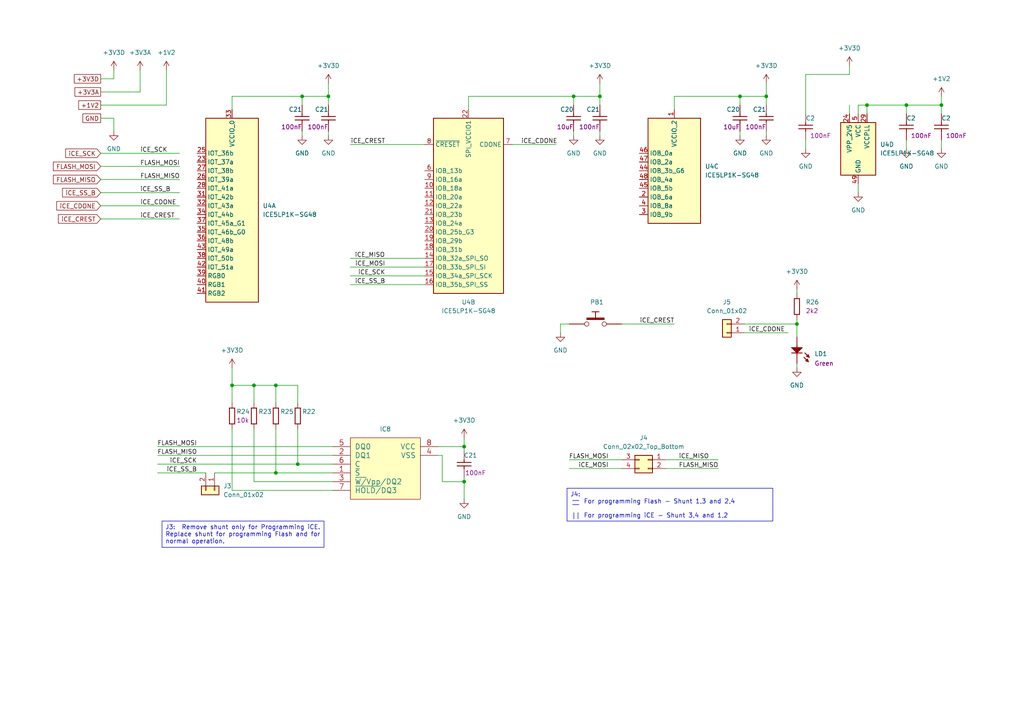
<source format=kicad_sch>
(kicad_sch (version 20230121) (generator eeschema)
  (paper "A4")
  (junction (at 95.25 27.94))
  (junction (at 134.62 129.54))
  (junction (at 231.14 93.98))
  (junction (at 251.46 30.48))
  (junction (at 173.99 27.94))
  (junction (at 214.63 27.94))
  (junction (at 134.62 139.7))
  (junction (at 222.25 27.94))
  (junction (at 73.66 111.76))
  (junction (at 166.37 27.94))
  (junction (at 86.36 134.62))
  (junction (at 80.01 137.16))
  (junction (at 67.31 111.76))
  (junction (at 262.89 30.48))
  (junction (at 273.05 30.48))
  (junction (at 80.01 111.76))
  (junction (at 87.63 27.94))
  (wire (pts (xy 208.28 133.35) (xy 193.04 133.35)))
  (wire (pts (xy 134.62 139.7) (xy 134.62 138.43)))
  (wire (pts (xy 67.31 124.46) (xy 67.31 142.24)))
  (wire (pts (xy 273.05 40.64) (xy 273.05 43.18)))
  (wire (pts (xy 29.21 55.88) (xy 52.07 55.88)))
  (wire (pts (xy 135.89 27.94) (xy 135.89 31.75)))
  (wire (pts (xy 62.23 137.16) (xy 80.01 137.16)))
  (wire (pts (xy 246.38 19.05) (xy 246.38 21.59)))
  (wire (pts (xy 222.25 38.1) (xy 222.25 39.37)))
  (wire (pts (xy 162.56 93.98) (xy 162.56 96.52)))
  (wire (pts (xy 262.89 33.02) (xy 262.89 30.48)))
  (wire (pts (xy 180.34 93.98) (xy 195.58 93.98)))
  (wire (pts (xy 96.52 139.7) (xy 73.66 139.7)))
  (wire (pts (xy 29.21 26.67) (xy 40.64 26.67)))
  (wire (pts (xy 128.27 132.08) (xy 128.27 139.7)))
  (wire (pts (xy 67.31 106.68) (xy 67.31 111.76)))
  (wire (pts (xy 29.21 48.26) (xy 52.07 48.26)))
  (wire (pts (xy 215.9 96.52) (xy 228.6 96.52)))
  (wire (pts (xy 195.58 27.94) (xy 214.63 27.94)))
  (wire (pts (xy 262.89 30.48) (xy 273.05 30.48)))
  (wire (pts (xy 222.25 24.13) (xy 222.25 27.94)))
  (wire (pts (xy 231.14 92.71) (xy 231.14 93.98)))
  (wire (pts (xy 233.68 40.64) (xy 233.68 43.18)))
  (wire (pts (xy 251.46 30.48) (xy 251.46 33.02)))
  (wire (pts (xy 29.21 22.86) (xy 33.02 22.86)))
  (wire (pts (xy 231.14 105.41) (xy 231.14 106.68)))
  (wire (pts (xy 45.72 137.16) (xy 59.69 137.16)))
  (wire (pts (xy 123.19 41.91) (xy 101.6 41.91)))
  (wire (pts (xy 166.37 27.94) (xy 166.37 30.48)))
  (wire (pts (xy 273.05 27.94) (xy 273.05 30.48)))
  (wire (pts (xy 67.31 116.84) (xy 67.31 111.76)))
  (wire (pts (xy 134.62 129.54) (xy 134.62 130.81)))
  (wire (pts (xy 101.6 77.47) (xy 123.19 77.47)))
  (wire (pts (xy 231.14 83.82) (xy 231.14 85.09)))
  (wire (pts (xy 248.92 30.48) (xy 251.46 30.48)))
  (wire (pts (xy 80.01 124.46) (xy 80.01 137.16)))
  (wire (pts (xy 101.6 80.01) (xy 123.19 80.01)))
  (wire (pts (xy 148.59 41.91) (xy 161.29 41.91)))
  (wire (pts (xy 95.25 38.1) (xy 95.25 39.37)))
  (wire (pts (xy 233.68 21.59) (xy 233.68 33.02)))
  (wire (pts (xy 40.64 20.32) (xy 40.64 26.67)))
  (wire (pts (xy 251.46 30.48) (xy 262.89 30.48)))
  (wire (pts (xy 165.1 135.89) (xy 180.34 135.89)))
  (wire (pts (xy 86.36 111.76) (xy 86.36 116.84)))
  (wire (pts (xy 86.36 124.46) (xy 86.36 134.62)))
  (wire (pts (xy 80.01 111.76) (xy 86.36 111.76)))
  (wire (pts (xy 173.99 27.94) (xy 173.99 30.48)))
  (wire (pts (xy 208.28 135.89) (xy 193.04 135.89)))
  (wire (pts (xy 134.62 139.7) (xy 134.62 144.78)))
  (wire (pts (xy 173.99 24.13) (xy 173.99 27.94)))
  (wire (pts (xy 173.99 38.1) (xy 173.99 39.37)))
  (wire (pts (xy 246.38 33.02) (xy 246.38 30.48)))
  (wire (pts (xy 135.89 27.94) (xy 166.37 27.94)))
  (wire (pts (xy 29.21 63.5) (xy 52.07 63.5)))
  (wire (pts (xy 233.68 21.59) (xy 246.38 21.59)))
  (wire (pts (xy 195.58 27.94) (xy 195.58 31.75)))
  (wire (pts (xy 248.92 53.34) (xy 248.92 55.88)))
  (wire (pts (xy 33.02 22.86) (xy 33.02 20.32)))
  (wire (pts (xy 45.72 129.54) (xy 96.52 129.54)))
  (wire (pts (xy 33.02 34.29) (xy 33.02 38.1)))
  (wire (pts (xy 262.89 40.64) (xy 262.89 43.18)))
  (wire (pts (xy 80.01 137.16) (xy 96.52 137.16)))
  (wire (pts (xy 214.63 38.1) (xy 214.63 39.37)))
  (wire (pts (xy 123.19 82.55) (xy 101.6 82.55)))
  (wire (pts (xy 67.31 27.94) (xy 67.31 31.75)))
  (wire (pts (xy 87.63 38.1) (xy 87.63 39.37)))
  (wire (pts (xy 45.72 132.08) (xy 96.52 132.08)))
  (wire (pts (xy 73.66 111.76) (xy 80.01 111.76)))
  (wire (pts (xy 165.1 133.35) (xy 180.34 133.35)))
  (wire (pts (xy 127 129.54) (xy 134.62 129.54)))
  (wire (pts (xy 73.66 111.76) (xy 73.66 116.84)))
  (wire (pts (xy 86.36 134.62) (xy 96.52 134.62)))
  (wire (pts (xy 29.21 30.48) (xy 48.26 30.48)))
  (wire (pts (xy 73.66 124.46) (xy 73.66 139.7)))
  (wire (pts (xy 222.25 27.94) (xy 222.25 30.48)))
  (wire (pts (xy 45.72 134.62) (xy 86.36 134.62)))
  (wire (pts (xy 127 132.08) (xy 128.27 132.08)))
  (wire (pts (xy 165.1 93.98) (xy 162.56 93.98)))
  (wire (pts (xy 87.63 27.94) (xy 87.63 30.48)))
  (wire (pts (xy 29.21 34.29) (xy 33.02 34.29)))
  (wire (pts (xy 96.52 142.24) (xy 67.31 142.24)))
  (wire (pts (xy 101.6 74.93) (xy 123.19 74.93)))
  (wire (pts (xy 134.62 127) (xy 134.62 129.54)))
  (wire (pts (xy 231.14 93.98) (xy 231.14 97.79)))
  (wire (pts (xy 80.01 111.76) (xy 80.01 116.84)))
  (wire (pts (xy 29.21 52.07) (xy 52.07 52.07)))
  (wire (pts (xy 214.63 27.94) (xy 214.63 30.48)))
  (wire (pts (xy 29.21 44.45) (xy 52.07 44.45)))
  (wire (pts (xy 128.27 139.7) (xy 134.62 139.7)))
  (wire (pts (xy 95.25 27.94) (xy 95.25 30.48)))
  (wire (pts (xy 29.21 59.69) (xy 52.07 59.69)))
  (wire (pts (xy 166.37 38.1) (xy 166.37 39.37)))
  (wire (pts (xy 67.31 27.94) (xy 87.63 27.94)))
  (wire (pts (xy 166.37 27.94) (xy 173.99 27.94)))
  (wire (pts (xy 67.31 111.76) (xy 73.66 111.76)))
  (wire (pts (xy 273.05 30.48) (xy 273.05 33.02)))
  (wire (pts (xy 214.63 27.94) (xy 222.25 27.94)))
  (wire (pts (xy 215.9 93.98) (xy 231.14 93.98)))
  (wire (pts (xy 87.63 27.94) (xy 95.25 27.94)))
  (wire (pts (xy 48.26 20.32) (xy 48.26 30.48)))
  (wire (pts (xy 248.92 33.02) (xy 248.92 30.48)))
  (wire (pts (xy 95.25 24.13) (xy 95.25 27.94)))
  (text_box "J4:\n    For programming Flash - Shunt 1,3 and 2,4\n\n    For programming iCE - Shunt 3,4 and 1,2 " (at 164.465 141.605 0) (size 59.69 9.525) (effects (font (size 1.27 1.27)) (justify left top)))
  (text_box "J3:  Remove shunt only for Programming iCE.\nReplace shunt for programming Flash and for normal operation." (at 46.99 151.13 0) (size 46.99 7.62) (effects (font (size 1.27 1.27)) (justify left top)))
  (text "||" (at 167.64 147.32 90) (effects (font (size 1.27 1.27)) (justify left bottom)))
  (text "||" (at 165.735 150.495 0) (effects (font (size 1.27 1.27)) (justify left bottom)))
  (label "iCE_MISO" (at 102.87 74.93 0))
  (label "iCE_SCK" (at 57.15 134.62 180))
  (label "FLASH_MOSI" (at 40.64 48.26 0))
  (label "iCE_CDONE" (at 151.13 41.91 0))
  (label "FLASH_MISO" (at 40.64 52.07 0))
  (label "iCE_CDONE" (at 217.17 96.52 0))
  (label "FLASH_MISO" (at 196.85 135.89 0))
  (label "iCE_CREST" (at 111.76 41.91 180))
  (label "FLASH_MISO" (at 57.15 132.08 180))
  (label "iCE_MOSI" (at 176.53 135.89 180))
  (label "iCE_SS_B" (at 40.64 55.88 0))
  (label "iCE_SCK" (at 111.76 80.01 180))
  (label "iCE_MOSI" (at 111.76 77.47 180))
  (label "iCE_CDONE" (at 40.64 59.69 0))
  (label "FLASH_MOSI" (at 57.15 129.54 180))
  (label "iCE_CREST" (at 195.58 93.98 180))
  (label "iCE_SCK" (at 40.64 44.45 0))
  (label "iCE_CREST" (at 40.64 63.5 0))
  (label "iCE_MISO" (at 196.85 133.35 0))
  (label "iCE_SS_B" (at 57.15 137.16 180))
  (label "FLASH_MOSI" (at 176.53 133.35 180))
  (label "iCE_SS_B" (at 111.76 82.55 180))
  (global_label "iCE_SCK" (shape input) (at 29.21 44.45 180) (property "Intersheetrefs" "${INTERSHEET_REFS}" (effects hide)))
  (global_label "+3V3A" (shape passive) (at 29.21 26.67 180) (property "Intersheetrefs" "${INTERSHEET_REFS}" (effects hide)))
  (global_label "GND" (shape passive) (at 29.21 34.29 180) (property "Intersheetrefs" "${INTERSHEET_REFS}" (effects hide)))
  (global_label "iCE_CDONE" (shape input) (at 29.21 59.69 180) (property "Intersheetrefs" "${INTERSHEET_REFS}" (effects hide)))
  (global_label "+3V3D" (shape passive) (at 29.21 22.86 180) (property "Intersheetrefs" "${INTERSHEET_REFS}" (effects hide)))
  (global_label "iCE_CREST" (shape input) (at 29.21 63.5 180) (property "Intersheetrefs" "${INTERSHEET_REFS}" (effects hide)))
  (global_label "FLASH_MOSI" (shape input) (at 29.21 48.26 180) (property "Intersheetrefs" "${INTERSHEET_REFS}" (effects hide)))
  (global_label "+1V2" (shape passive) (at 29.21 30.48 180) (property "Intersheetrefs" "${INTERSHEET_REFS}" (effects hide)))
  (global_label "FLASH_MISO" (shape input) (at 29.21 52.07 180) (property "Intersheetrefs" "${INTERSHEET_REFS}" (effects hide)))
  (global_label "iCE_SS_B" (shape input) (at 29.21 55.88 180) (property "Intersheetrefs" "${INTERSHEET_REFS}" (effects hide)))
  (symbol (lib_id "Capacitors SMD:CC0603_100NF_50V_10%_X7R") (at 222.25 30.48 90) (mirror x) (unit 1)
    (property "Reference" "C21" (at 222.25 31.75 90) (effects (justify left)))
    (property "Value" "CC0603_100NF_50V_10%_X7R" (effects hide))
    (property "Footprint" "Capacitors SMD:CAPC1608X87N" (effects hide))
    (property "Datasheet" "\\\\cern.ch\\dfs\\Applications\\Altium\\Datasheets\\CC0603_X7R_PHYCOMP.pdf" (effects hide))
    (property "Val" "100nF" (at 222.25 36.83 90) (effects (justify left)))
    (property "Part Number" "CC0603_100NF_50V_10%_X7R" (effects hide))
    (property "Library Ref" "Capacitor - non polarized" (effects hide))
    (property "Library Path" "SchLib\\Capacitors.SchLib" (effects hide))
    (property "Comment" "100nF" (effects hide))
    (property "Component Kind" "Standard" (effects hide))
    (property "Component Type" "Standard" (effects hide))
    (property "Pin Count" "2" (effects hide))
    (property "Footprint Path" "PcbLib\\Capacitors SMD.PcbLib" (effects hide))
    (property "Footprint Ref" "CAPC1608X87N" (effects hide))
    (property "PackageDescription" " " (effects hide))
    (property "Status" "Preferred" (effects hide))
    (property "Status Comment" " " (effects hide))
    (property "Voltage" "50V" (effects hide))
    (property "TC" "X7R" (effects hide))
    (property "Tolerance" "±10%" (effects hide))
    (property "Part Description" "SMD Multilayer Chip Ceramic Capacitor" (effects hide))
    (property "Manufacturer" "GENERIC" (effects hide))
    (property "Manufacturer Part Number" "CC0603_100NF_50V_10%_X7R" (effects hide))
    (property "Case" "0603" (effects hide))
    (property "Mounted" "Yes" (effects hide))
    (property "Socket" "No" (effects hide))
    (property "SMD" "Yes" (effects hide))
    (property "PressFit" " " (effects hide))
    (property "Sense" "No" (effects hide))
    (property "Sense Comment" " " (effects hide))
    (property "ComponentHeight" " " (effects hide))
    (property "Manufacturer1 Example" "PHYCOMP" (effects hide))
    (property "Manufacturer1 Part Number" "223858615649" (effects hide))
    (property "Manufacturer1 ComponentHeight" "0.87mm" (effects hide))
    (property "HelpURL" "\\\\cern.ch\\dfs\\Applications\\Altium\\Datasheets\\CC0603_X7R_PHYCOMP.pdf" (effects hide))
    (property "Author" "CERN DEM JLC" (effects hide))
    (property "CreateDate" "12/03/07 00:00:00" (effects hide))
    (property "LatestRevisionDate" "12/03/07 00:00:00" (effects hide))
    (property "Database Table Name" "Capacitors" (effects hide))
    (property "Library Name" "Capacitors SMD" (effects hide))
    (property "Footprint Library" "Capacitors SMD" (effects hide))
    (property "License" "This work is licensed under the Creative Commons CC-BY-SA 4.0 License. To the extent that circuit schematics that use Licensed Material can be considered to be ‘Adapted Material’, then the copyright holder waives article 3.b of the license with respect to these schematics." (effects hide))
    (instances (project "Accurate_Eval" (path "" (reference "C21") (unit 1)) (path "" (reference "C32") (unit 1))))
  )
  (symbol (lib_id "symbol_lib:+3V3D") (at 33.02 20.32 0) (unit 1)
    (property "Reference" "#PWR032" (effects hide))
    (property "Value" "+3V3D" (at 33.02 15.24 0))
    (instances (project "Accurate_Eval" (path "" (reference "#PWR032") (unit 1)) (path "" (reference "#PWR0100") (unit 1))))
  )
  (symbol (lib_id "Capacitors SMD:CC0603_10UF_25V_20%_X5R") (at 166.37 30.48 90) (mirror x) (unit 1)
    (property "Reference" "C20" (at 166.37 31.75 90) (effects (justify left)))
    (property "Value" "CC0603_10UF_25V_20%_X5R" (effects hide))
    (property "Footprint" "Capacitors SMD:CAPC1709X100N" (effects hide))
    (property "Datasheet" "\\\\cern.ch\\dfs\\Applications\\Altium\\Datasheets\\CC0603_X5R_TDK_C.pdf" (effects hide))
    (property "Val" "10uF" (at 166.37 36.83 90) (effects (justify left)))
    (property "Part Number" "CC0603_10UF_25V_20%_X5R" (effects hide))
    (property "Library Ref" "Capacitor - non polarized" (effects hide))
    (property "Library Path" "SchLib\\Capacitors.SchLib" (effects hide))
    (property "Comment" "10uF" (effects hide))
    (property "Component Kind" "Standard" (effects hide))
    (property "Component Type" "Standard" (effects hide))
    (property "Pin Count" "2" (effects hide))
    (property "Footprint Path" "PcbLib\\Capacitors SMD.PcbLib" (effects hide))
    (property "Footprint Ref" "CAPC1709X100N" (effects hide))
    (property "PackageDescription" " " (effects hide))
    (property "Status" "None" (effects hide))
    (property "Status Comment" " " (effects hide))
    (property "Voltage" "25V" (effects hide))
    (property "TC" "X5R" (effects hide))
    (property "Tolerance" "±20%" (effects hide))
    (property "Part Description" "SMD Multilayer Chip Ceramic Capacitor" (effects hide))
    (property "Manufacturer" "GENERIC" (effects hide))
    (property "Manufacturer Part Number" "CC0603_10UF_25V_20%_X5R" (effects hide))
    (property "Case" "0603" (effects hide))
    (property "Mounted" "Yes" (effects hide))
    (property "Socket" "No" (effects hide))
    (property "SMD" "Yes" (effects hide))
    (property "PressFit" " " (effects hide))
    (property "Sense" "No" (effects hide))
    (property "Sense Comment" " " (effects hide))
    (property "ComponentHeight" " " (effects hide))
    (property "Manufacturer1 Example" "TDK" (effects hide))
    (property "Manufacturer1 Part Number" "C1608X5R1E106M080" (effects hide))
    (property "Manufacturer1 ComponentHeight" "1mm" (effects hide))
    (property "HelpURL" "\\\\cern.ch\\dfs\\Applications\\Altium\\Datasheets\\CC0603_X5R_TDK_C.pdf" (effects hide))
    (property "Author" "CERN DEM BC" (effects hide))
    (property "CreateDate" "07/01/20 00:00:00" (effects hide))
    (property "LatestRevisionDate" "07/01/20 00:00:00" (effects hide))
    (property "Database Table Name" "Capacitors" (effects hide))
    (property "Library Name" "Capacitors SMD" (effects hide))
    (property "Footprint Library" "Capacitors SMD" (effects hide))
    (property "License" "This work is licensed under the Creative Commons CC-BY-SA 4.0 License. To the extent that circuit schematics that use Licensed Material can be considered to be ‘Adapted Material’, then the copyright holder waives article 3.b of the license with respect to these schematics." (effects hide))
    (instances (project "Accurate_Eval" (path "" (reference "C20") (unit 1)) (path "" (reference "C35") (unit 1))))
  )
  (symbol (lib_id "power:+1V2") (at 48.26 20.32 0) (mirror y) (unit 1)
    (property "Reference" "#PWR0104" (effects hide))
    (property "Value" "+1V2" (at 48.26 15.24 0))
    (instances (project "Accurate_Eval" (path "" (reference "#PWR0104") (unit 1)) (path "" (reference "#PWR0105") (unit 1))))
  )
  (symbol (lib_id "power:GND") (at 262.89 43.18 0) (unit 1)
    (property "Reference" "#PWR053" (effects hide))
    (property "Value" "GND" (at 262.89 48.26 0))
  )
  (symbol (lib_id "symbol_lib:+3V3D") (at 222.25 24.13 0) (unit 1)
    (property "Reference" "#PWR056" (effects hide))
    (property "Value" "+3V3D" (at 222.25 19.05 0))
  )
  (symbol (lib_id "power:GND") (at 95.25 39.37 0) (mirror y) (unit 1)
    (property "Reference" "#PWR026" (effects hide))
    (property "Value" "GND" (at 95.25 44.45 0))
    (instances (project "Accurate_Eval" (path "" (reference "#PWR026") (unit 1)) (path "" (reference "#PWR063") (unit 1))))
  )
  (symbol (lib_id "power:GND") (at 162.56 96.52 0) (unit 1)
    (property "Reference" "#PWR065" (effects hide))
    (property "Value" "GND" (at 162.56 101.6 0))
  )
  (symbol (lib_id "Connector_Generic:Conn_01x02") (at 62.23 142.24 270) (unit 1)
    (property "Reference" "J3" (at 64.77 140.97 90) (effects (justify left)))
    (property "Value" "Conn_01x02" (at 64.77 143.51 90) (effects (justify left)))
  )
  (symbol (lib_id "symbol_lib:+3V3D") (at 134.62 127 0) (unit 1)
    (property "Reference" "#PWR097" (effects hide))
    (property "Value" "+3V3D" (at 134.62 121.92 0))
  )
  (symbol (lib_name "R0603_10K_1%_0.1W_100PPM_2") (lib_id "Resistors SMD:R0603_10K_1%_0.1W_100PPM") (at 67.31 124.46 90) (unit 1)
    (property "Reference" "R24" (at 68.58 119.38 90) (effects (justify right)))
    (property "Value" "R0603_10K_1%_0.1W_100PPM" (effects hide))
    (property "Footprint" "Resistors SMD:RESC1608X55N" (effects hide))
    (property "Datasheet" "\\\\cern.ch\\dfs\\Applications\\Altium\\Datasheets\\R0603_NIC_NRC.pdf" (effects hide))
    (property "Tolerance" "±1%" (effects hide))
    (property "Val" "10k" (at 68.58 121.92 90) (effects (justify right)))
    (property "Part Number" "R0603_10K_1%_0.1W_100PPM" (effects hide))
    (property "Library Ref" "Resistor - 1%" (effects hide))
    (property "Library Path" "SchLib\\Resistors.SchLib" (effects hide))
    (property "Comment" "10k" (effects hide))
    (property "Component Kind" "Standard" (effects hide))
    (property "Component Type" "Standard" (effects hide))
    (property "PackageDescription" " " (effects hide))
    (property "Pin Count" "2" (effects hide))
    (property "Footprint Path" "PcbLib\\Resistors SMD.PcbLib" (effects hide))
    (property "Footprint Ref" "RESC1608X55N" (effects hide))
    (property "Status" "Preferred" (effects hide))
    (property "Power" "0.1W" (effects hide))
    (property "TC" "±100ppm/°C" (effects hide))
    (property "Voltage" " " (effects hide))
    (property "Part Description" "General Purpose Thick Film Chip Resistor" (effects hide))
    (property "Manufacturer" "GENERIC" (effects hide))
    (property "Manufacturer Part Number" "R0603_10K_1%_0.1W_100PPM" (effects hide))
    (property "Case" "0603" (effects hide))
    (property "PressFit" "No" (effects hide))
    (property "Mounted" "Yes" (effects hide))
    (property "Sense Comment" " " (effects hide))
    (property "Sense" "No" (effects hide))
    (property "Status Comment" " " (effects hide))
    (property "Socket" "No" (effects hide))
    (property "SMD" "Yes" (effects hide))
    (property "ComponentHeight" " " (effects hide))
    (property "Manufacturer1 Example" "NIC COMPONENT" (effects hide))
    (property "Manufacturer1 Part Number" "NRC06F1002TRF" (effects hide))
    (property "Manufacturer1 ComponentHeight" "0.55mm" (effects hide))
    (property "HelpURL" "\\\\cern.ch\\dfs\\Applications\\Altium\\Datasheets\\R0603_NIC_NRC.pdf" (effects hide))
    (property "Author" "CERN DEM JLC" (effects hide))
    (property "CreateDate" "12/03/07 00:00:00" (effects hide))
    (property "LatestRevisionDate" "03/13/08 00:00:00" (effects hide))
    (property "Database Table Name" "Resistors" (effects hide))
    (property "Library Name" "Resistors SMD" (effects hide))
    (property "Footprint Library" "Resistors SMD" (effects hide))
    (property "License" "This work is licensed under the Creative Commons CC-BY-SA 4.0 License. To the extent that circuit schematics that use Licensed Material can be considered to be ‘Adapted Material’, then the copyright holder waives article 3.b of the license with respect to these schematics." (effects hide))
  )
  (symbol (lib_id "symbol_lib:+3V3D") (at 231.14 83.82 0) (unit 1)
    (property "Reference" "#PWR099" (effects hide))
    (property "Value" "+3V3D" (at 231.14 78.74 0))
  )
  (symbol (lib_id "Capacitors SMD:CC0603_100NF_50V_10%_X7R") (at 273.05 33.02 270) (unit 1)
    (property "Reference" "C2" (at 273.05 34.29 90) (effects (justify left)))
    (property "Value" "CC0603_100NF_50V_10%_X7R" (effects hide))
    (property "Footprint" "Capacitors SMD:CAPC1608X87N" (effects hide))
    (property "Datasheet" "\\\\cern.ch\\dfs\\Applications\\Altium\\Datasheets\\CC0603_X7R_PHYCOMP.pdf" (effects hide))
    (property "Val" "100nF" (at 274.32 39.37 90) (effects (justify left)))
    (property "Part Number" "CC0603_100NF_50V_10%_X7R" (effects hide))
    (property "Library Ref" "Capacitor - non polarized" (effects hide))
    (property "Library Path" "SchLib\\Capacitors.SchLib" (effects hide))
    (property "Comment" "100nF" (effects hide))
    (property "Component Kind" "Standard" (effects hide))
    (property "Component Type" "Standard" (effects hide))
    (property "Pin Count" "2" (effects hide))
    (property "Footprint Path" "PcbLib\\Capacitors SMD.PcbLib" (effects hide))
    (property "Footprint Ref" "CAPC1608X87N" (effects hide))
    (property "PackageDescription" " " (effects hide))
    (property "Status" "Preferred" (effects hide))
    (property "Status Comment" " " (effects hide))
    (property "Voltage" "50V" (effects hide))
    (property "TC" "X7R" (effects hide))
    (property "Tolerance" "±10%" (effects hide))
    (property "Part Description" "SMD Multilayer Chip Ceramic Capacitor" (effects hide))
    (property "Manufacturer" "GENERIC" (effects hide))
    (property "Manufacturer Part Number" "CC0603_100NF_50V_10%_X7R" (effects hide))
    (property "Case" "0603" (effects hide))
    (property "Mounted" "Yes" (effects hide))
    (property "Socket" "No" (effects hide))
    (property "SMD" "Yes" (effects hide))
    (property "PressFit" " " (effects hide))
    (property "Sense" "No" (effects hide))
    (property "Sense Comment" " " (effects hide))
    (property "ComponentHeight" " " (effects hide))
    (property "Manufacturer1 Example" "PHYCOMP" (effects hide))
    (property "Manufacturer1 Part Number" "223858615649" (effects hide))
    (property "Manufacturer1 ComponentHeight" "0.87mm" (effects hide))
    (property "HelpURL" "\\\\cern.ch\\dfs\\Applications\\Altium\\Datasheets\\CC0603_X7R_PHYCOMP.pdf" (effects hide))
    (property "Author" "CERN DEM JLC" (effects hide))
    (property "CreateDate" "12/03/07 00:00:00" (effects hide))
    (property "LatestRevisionDate" "12/03/07 00:00:00" (effects hide))
    (property "Database Table Name" "Capacitors" (effects hide))
    (property "Library Name" "Capacitors SMD" (effects hide))
    (property "Footprint Library" "Capacitors SMD" (effects hide))
    (property "License" "This work is licensed under the Creative Commons CC-BY-SA 4.0 License. To the extent that circuit schematics that use Licensed Material can be considered to be ‘Adapted Material’, then the copyright holder waives article 3.b of the license with respect to these schematics." (effects hide))
    (instances (project "Accurate_Eval" (path "" (reference "C2") (unit 1)) (path "" (reference "C30") (unit 1))))
  )
  (symbol (lib_id "symbol_lib:+3V3A") (at 40.64 20.32 0) (unit 1)
    (property "Reference" "#PWR033" (effects hide))
    (property "Value" "+3V3A" (at 40.64 15.24 0))
    (instances (project "Accurate_Eval" (path "" (reference "#PWR033") (unit 1)) (path "" (reference "#PWR0102") (unit 1))))
  )
  (symbol (lib_id "power:GND") (at 173.99 39.37 0) (mirror y) (unit 1)
    (property "Reference" "#PWR026" (effects hide))
    (property "Value" "GND" (at 173.99 44.45 0))
    (instances (project "Accurate_Eval" (path "" (reference "#PWR026") (unit 1)) (path "" (reference "#PWR060") (unit 1))))
  )
  (symbol (lib_id "power:GND") (at 166.37 39.37 0) (mirror y) (unit 1)
    (property "Reference" "#PWR027" (effects hide))
    (property "Value" "GND" (at 166.37 44.45 0))
    (instances (project "Accurate_Eval" (path "" (reference "#PWR027") (unit 1)) (path "" (reference "#PWR061") (unit 1))))
  )
  (symbol (lib_id "Logic:N25Q032A11EF840") (at 101.6 127 0) (unit 1)
    (property "Reference" "IC8" (at 111.76 124.46 0))
    (property "Value" "N25Q032A11EF840" (effects hide))
    (property "Footprint" "ICs And Semiconductors SMD:SON127P800X600X100-9N-R515X480" (effects hide))
    (property "Datasheet" "\\\\cern.ch\\dfs\\Applications\\Altium\\Datasheets\\N25Q032A11EF840.pdf" (effects hide))
    (property "Part Number" "N25Q032A11EF840" (effects hide))
    (property "Library Ref" "N25Q032A11EF840" (effects hide))
    (property "Library Path" "SchLib\\Logic.SchLib" (effects hide))
    (property "Comment" "N25Q032A11EF840" (effects hide))
    (property "Component Kind" "Standard" (effects hide))
    (property "Component Type" "Standard" (effects hide))
    (property "Device" "N25Q032A11EF840" (effects hide))
    (property "PackageDescription" "SON,1.27mm,pitch; 8 pin,8.00mm W X 6.00mm L X 1.00mm H body (w/thermal tab 5.15 X 4.8mm), IPC Medium Density" (effects hide))
    (property "Status" " " (effects hide))
    (property "Part Description" "32Mb, 1.7 to 2.0V, Multiple I/O Serial Flash Memory" (effects hide))
    (property "Manufacturer" "MICRON TECHNOLOGY" (effects hide))
    (property "Manufacturer Part Number" "N25Q032A11EF840" (effects hide))
    (property "Pin Count" "9" (effects hide))
    (property "Case" "SON8" (effects hide))
    (property "Mounted" "Yes" (effects hide))
    (property "Socket" "No" (effects hide))
    (property "SMD" "Yes" (effects hide))
    (property "PressFit" "No" (effects hide))
    (property "Sense" "No" (effects hide))
    (property "Bonding" "No" (effects hide))
    (property "Sense Comment" " " (effects hide))
    (property "Status Comment" " " (effects hide))
    (property "ComponentHeight" "1mm" (effects hide))
    (property "Footprint Path" "PcbLib\\ICs And Semiconductors SMD.PcbLib" (effects hide))
    (property "Footprint Ref" "SON127P800X600X100-9N-R515X480" (effects hide))
    (property "HelpURL" "\\\\cern.ch\\dfs\\Applications\\Altium\\Datasheets\\N25Q032A11EF840.pdf" (effects hide))
    (property "ComponentLink1URL" " " (effects hide))
    (property "ComponentLink1Description" " " (effects hide))
    (property "ComponentLink2URL" " " (effects hide))
    (property "ComponentLink2Description" " " (effects hide))
    (property "Author" "CERN DEM MR" (effects hide))
    (property "CreateDate" "04/13/16 00:00:00" (effects hide))
    (property "LatestRevisionDate" "04/13/16 00:00:00" (effects hide))
    (property "SCEM" " " (effects hide))
    (property "Database Table Name" "ICs And Semiconductors" (effects hide))
    (property "Library Name" "Logic" (effects hide))
    (property "Footprint Library" "ICs And Semiconductors SMD" (effects hide))
    (property "License" "This work is licensed under the Creative Commons CC-BY-SA 4.0 License. To the extent that circuit schematics that use Licensed Material can be considered to be ‘Adapted Material’, then the copyright holder waives article 3.b of the license with respect to these schematics." (effects hide))
  )
  (symbol (lib_id "Connector_Generic:Conn_02x02_Top_Bottom") (at 187.96 133.35 0) (mirror y) (unit 1)
    (property "Reference" "J4" (at 186.69 127 0))
    (property "Value" "Conn_02x02_Top_Bottom" (at 186.69 129.54 0))
  )
  (symbol (lib_id "Connector_Generic:Conn_01x02") (at 210.82 96.52 180) (unit 1)
    (property "Reference" "J5" (at 210.82 87.63 0))
    (property "Value" "Conn_01x02" (at 210.82 90.17 0))
  )
  (symbol (lib_id "LEDs & Displays:LED_KINGBRIGHT_KP-1608CGCK") (at 231.14 101.6 270) (unit 1)
    (property "Reference" "LD1" (at 236.22 102.616 90) (effects (justify left)))
    (property "Value" "LED_KINGBRIGHT_KP-1608CGCK" (effects hide))
    (property "Footprint" "ICs And Semiconductors SMD:LED_KINGBRIGHT_KP-1608CGCK" (effects hide))
    (property "Datasheet" "\\\\cern.ch\\dfs\\Applications\\Altium\\Datasheets\\LED_KINGBRIGHT_KP-1608CGCK.pdf" (effects hide))
    (property "Color" "Green" (at 236.22 105.41 90) (effects (justify left)))
    (property "Part Number" "LED_KINGBRIGHT_KP-1608CGCK" (effects hide))
    (property "Library Ref" "LED Green 1C 2A" (effects hide))
    (property "Library Path" "SchLib\\LEDs & Displays.SchLib" (effects hide))
    (property "Comment" " " (effects hide))
    (property "Component Kind" "Standard" (effects hide))
    (property "Component Type" "Standard" (effects hide))
    (property "Device" " " (effects hide))
    (property "PackageDescription" "SMT Green LED, Case 0603, Body L 1.60mm x W 0.80mm x H 1.10mm" (effects hide))
    (property "Status" " " (effects hide))
    (property "Part Description" "1.6x0.8mm SMD Chip Green LED Lamp" (effects hide))
    (property "Manufacturer" "KINGBRIGHT" (effects hide))
    (property "Manufacturer Part Number" "KP-1608CGCK" (effects hide))
    (property "Pin Count" "2" (effects hide))
    (property "Case" "0603" (effects hide))
    (property "Mounted" "Yes" (effects hide))
    (property "Socket" "No" (effects hide))
    (property "SMD" "Yes" (effects hide))
    (property "PressFit" "No" (effects hide))
    (property "Sense Comment" " " (effects hide))
    (property "Sense" "No" (effects hide))
    (property "Bonding" "No" (effects hide))
    (property "Status Comment" " " (effects hide))
    (property "ComponentHeight" "1.1mm" (effects hide))
    (property "Footprint Path" "PcbLib\\ICs And Semiconductors SMD.PcbLib" (effects hide))
    (property "Footprint Ref" "LED_KINGBRIGHT_KP-1608CGCK" (effects hide))
    (property "HelpURL" "\\\\cern.ch\\dfs\\Applications\\Altium\\Datasheets\\LED_KINGBRIGHT_KP-1608CGCK.pdf" (effects hide))
    (property "ComponentLink1URL" " " (effects hide))
    (property "ComponentLink1Description" " " (effects hide))
    (property "ComponentLink2URL" " " (effects hide))
    (property "ComponentLink2Description" " " (effects hide))
    (property "Author" "CERN DEM HF" (effects hide))
    (property "CreateDate" "10/01/21 00:00:00" (effects hide))
    (property "LatestRevisionDate" "10/01/21 00:00:00" (effects hide))
    (property "Database Table Name" "ICs And Semiconductors" (effects hide))
    (property "Library Name" "LEDs & Displays" (effects hide))
    (property "Footprint Library" "ICs And Semiconductors SMD" (effects hide))
    (property "License" "This work is licensed under the Creative Commons CC-BY-SA 4.0 License. To the extent that circuit schematics that use Licensed Material can be considered to be ‘Adapted Material’, then the copyright holder waives article 3.b of the license with respect to these schematics." (effects hide))
  )
  (symbol (lib_id "power:GND") (at 248.92 55.88 0) (unit 1)
    (property "Reference" "#PWR052" (effects hide))
    (property "Value" "GND" (at 248.92 60.96 0))
  )
  (symbol (lib_id "Capacitors SMD:CC0603_100NF_50V_10%_X7R") (at 87.63 30.48 90) (mirror x) (unit 1)
    (property "Reference" "C21" (at 87.63 31.75 90) (effects (justify left)))
    (property "Value" "CC0603_100NF_50V_10%_X7R" (effects hide))
    (property "Footprint" "Capacitors SMD:CAPC1608X87N" (effects hide))
    (property "Datasheet" "\\\\cern.ch\\dfs\\Applications\\Altium\\Datasheets\\CC0603_X7R_PHYCOMP.pdf" (effects hide))
    (property "Val" "100nF" (at 87.63 36.83 90) (effects (justify left)))
    (property "Part Number" "CC0603_100NF_50V_10%_X7R" (effects hide))
    (property "Library Ref" "Capacitor - non polarized" (effects hide))
    (property "Library Path" "SchLib\\Capacitors.SchLib" (effects hide))
    (property "Comment" "100nF" (effects hide))
    (property "Component Kind" "Standard" (effects hide))
    (property "Component Type" "Standard" (effects hide))
    (property "Pin Count" "2" (effects hide))
    (property "Footprint Path" "PcbLib\\Capacitors SMD.PcbLib" (effects hide))
    (property "Footprint Ref" "CAPC1608X87N" (effects hide))
    (property "PackageDescription" " " (effects hide))
    (property "Status" "Preferred" (effects hide))
    (property "Status Comment" " " (effects hide))
    (property "Voltage" "50V" (effects hide))
    (property "TC" "X7R" (effects hide))
    (property "Tolerance" "±10%" (effects hide))
    (property "Part Description" "SMD Multilayer Chip Ceramic Capacitor" (effects hide))
    (property "Manufacturer" "GENERIC" (effects hide))
    (property "Manufacturer Part Number" "CC0603_100NF_50V_10%_X7R" (effects hide))
    (property "Case" "0603" (effects hide))
    (property "Mounted" "Yes" (effects hide))
    (property "Socket" "No" (effects hide))
    (property "SMD" "Yes" (effects hide))
    (property "PressFit" " " (effects hide))
    (property "Sense" "No" (effects hide))
    (property "Sense Comment" " " (effects hide))
    (property "ComponentHeight" " " (effects hide))
    (property "Manufacturer1 Example" "PHYCOMP" (effects hide))
    (property "Manufacturer1 Part Number" "223858615649" (effects hide))
    (property "Manufacturer1 ComponentHeight" "0.87mm" (effects hide))
    (property "HelpURL" "\\\\cern.ch\\dfs\\Applications\\Altium\\Datasheets\\CC0603_X7R_PHYCOMP.pdf" (effects hide))
    (property "Author" "CERN DEM JLC" (effects hide))
    (property "CreateDate" "12/03/07 00:00:00" (effects hide))
    (property "LatestRevisionDate" "12/03/07 00:00:00" (effects hide))
    (property "Database Table Name" "Capacitors" (effects hide))
    (property "Library Name" "Capacitors SMD" (effects hide))
    (property "Footprint Library" "Capacitors SMD" (effects hide))
    (property "License" "This work is licensed under the Creative Commons CC-BY-SA 4.0 License. To the extent that circuit schematics that use Licensed Material can be considered to be ‘Adapted Material’, then the copyright holder waives article 3.b of the license with respect to these schematics." (effects hide))
    (instances (project "Accurate_Eval" (path "" (reference "C21") (unit 1)) (path "" (reference "C37") (unit 1))))
  )
  (symbol (lib_id "Capacitors SMD:CC0603_100NF_50V_10%_X7R") (at 134.62 130.81 90) (mirror x) (unit 1)
    (property "Reference" "C21" (at 138.43 132.08 90) (effects (justify left)))
    (property "Value" "CC0603_100NF_50V_10%_X7R" (effects hide))
    (property "Footprint" "Capacitors SMD:CAPC1608X87N" (effects hide))
    (property "Datasheet" "\\\\cern.ch\\dfs\\Applications\\Altium\\Datasheets\\CC0603_X7R_PHYCOMP.pdf" (effects hide))
    (property "Val" "100nF" (at 140.97 137.16 90) (effects (justify left)))
    (property "Part Number" "CC0603_100NF_50V_10%_X7R" (effects hide))
    (property "Library Ref" "Capacitor - non polarized" (effects hide))
    (property "Library Path" "SchLib\\Capacitors.SchLib" (effects hide))
    (property "Comment" "100nF" (effects hide))
    (property "Component Kind" "Standard" (effects hide))
    (property "Component Type" "Standard" (effects hide))
    (property "Pin Count" "2" (effects hide))
    (property "Footprint Path" "PcbLib\\Capacitors SMD.PcbLib" (effects hide))
    (property "Footprint Ref" "CAPC1608X87N" (effects hide))
    (property "PackageDescription" " " (effects hide))
    (property "Status" "Preferred" (effects hide))
    (property "Status Comment" " " (effects hide))
    (property "Voltage" "50V" (effects hide))
    (property "TC" "X7R" (effects hide))
    (property "Tolerance" "±10%" (effects hide))
    (property "Part Description" "SMD Multilayer Chip Ceramic Capacitor" (effects hide))
    (property "Manufacturer" "GENERIC" (effects hide))
    (property "Manufacturer Part Number" "CC0603_100NF_50V_10%_X7R" (effects hide))
    (property "Case" "0603" (effects hide))
    (property "Mounted" "Yes" (effects hide))
    (property "Socket" "No" (effects hide))
    (property "SMD" "Yes" (effects hide))
    (property "PressFit" " " (effects hide))
    (property "Sense" "No" (effects hide))
    (property "Sense Comment" " " (effects hide))
    (property "ComponentHeight" " " (effects hide))
    (property "Manufacturer1 Example" "PHYCOMP" (effects hide))
    (property "Manufacturer1 Part Number" "223858615649" (effects hide))
    (property "Manufacturer1 ComponentHeight" "0.87mm" (effects hide))
    (property "HelpURL" "\\\\cern.ch\\dfs\\Applications\\Altium\\Datasheets\\CC0603_X7R_PHYCOMP.pdf" (effects hide))
    (property "Author" "CERN DEM JLC" (effects hide))
    (property "CreateDate" "12/03/07 00:00:00" (effects hide))
    (property "LatestRevisionDate" "12/03/07 00:00:00" (effects hide))
    (property "Database Table Name" "Capacitors" (effects hide))
    (property "Library Name" "Capacitors SMD" (effects hide))
    (property "Footprint Library" "Capacitors SMD" (effects hide))
    (property "License" "This work is licensed under the Creative Commons CC-BY-SA 4.0 License. To the extent that circuit schematics that use Licensed Material can be considered to be ‘Adapted Material’, then the copyright holder waives article 3.b of the license with respect to these schematics." (effects hide))
    (instances (project "Accurate_Eval" (path "" (reference "C21") (unit 1)) (path "" (reference "C55") (unit 1))))
  )
  (symbol (lib_id "Switches:PB_C&K_KSC321JLFS") (at 165.1 93.98 0) (unit 1)
    (property "Reference" "PB1" (at 173.1294 87.63 0))
    (property "Value" "PB_C&K_KSC321JLFS" (effects hide))
    (property "Footprint" "Switches:PB_C&K_KSC321J" (effects hide))
    (property "Datasheet" "\\\\cern.ch\\dfs\\Applications\\Altium\\Datasheets\\PB_C&K_KSC321JLFS.pdf" (effects hide))
    (property "Family" "Push Button" (effects hide))
    (property "Part Number" "PB_C&K_KSC321JLFS" (effects hide))
    (property "Library Ref" "PB SPST 12NO-34NO" (effects hide))
    (property "Library Path" "SchLib\\Switches.SchLib" (effects hide))
    (property "Comment" " " (effects hide))
    (property "Component Kind" "Standard" (effects hide))
    (property "Component Type" "Standard" (effects hide))
    (property "Pin Count" "4" (effects hide))
    (property "Case" " " (effects hide))
    (property "Footprint Path" "PcbLib\\Switches.PcbLib" (effects hide))
    (property "Footprint Ref" "PB_C&K_KSC321J" (effects hide))
    (property "PackageDescription" "Body 6.2x6.2mm, Surface Mount Sealed Tact Momentary Pushbutton Switch, C&K KSC3 Series" (effects hide))
    (property "Mounted" "Yes" (effects hide))
    (property "Socket" "No" (effects hide))
    (property "SMD" "Yes" (effects hide))
    (property "PressFit" "No" (effects hide))
    (property "Sense" "No" (effects hide))
    (property "Sense Comment" " " (effects hide))
    (property "Status" "None" (effects hide))
    (property "Status Comment" " " (effects hide))
    (property "SCEM" " " (effects hide))
    (property "Part Description" "32VDC 50mA SPST-NO Surface Mount Sealed Tact Momentary Pushbutton Switch, 2 Newtons Force" (effects hide))
    (property "Manufacturer" "C&K" (effects hide))
    (property "Manufacturer Part Number" "KSC321JLFS" (effects hide))
    (property "ComponentHeight" "3.47mm" (effects hide))
    (property "Manufacturer1 Example" " " (effects hide))
    (property "Manufacturer1 Part Number" " " (effects hide))
    (property "Manufacturer1 ComponentHeight" " " (effects hide))
    (property "HelpURL" "\\\\cern.ch\\dfs\\Applications\\Altium\\Datasheets\\PB_C&K_KSC321JLFS.pdf" (effects hide))
    (property "ComponentLink1URL" " " (effects hide))
    (property "ComponentLink1Description" " " (effects hide))
    (property "ComponentLink2URL" " " (effects hide))
    (property "ComponentLink2Description" " " (effects hide))
    (property "Author" "CERN DEM MR" (effects hide))
    (property "CreateDate" "07/05/19 00:00:00" (effects hide))
    (property "LatestRevisionDate" "07/05/19 00:00:00" (effects hide))
    (property "Database Table Name" "Eletro-mechanical" (effects hide))
    (property "Library Name" "Switches" (effects hide))
    (property "Footprint Library" "Switches" (effects hide))
    (property "License" "This work is licensed under the Creative Commons CC-BY-SA 4.0 License. To the extent that circuit schematics that use Licensed Material can be considered to be ‘Adapted Material’, then the copyright holder waives article 3.b of the license with respect to these schematics." (effects hide))
  )
  (symbol (lib_id "Capacitors SMD:CC0603_100NF_50V_10%_X7R") (at 262.89 33.02 270) (unit 1)
    (property "Reference" "C2" (at 262.89 34.29 90) (effects (justify left)))
    (property "Value" "CC0603_100NF_50V_10%_X7R" (effects hide))
    (property "Footprint" "Capacitors SMD:CAPC1608X87N" (effects hide))
    (property "Datasheet" "\\\\cern.ch\\dfs\\Applications\\Altium\\Datasheets\\CC0603_X7R_PHYCOMP.pdf" (effects hide))
    (property "Val" "100nF" (at 264.16 39.37 90) (effects (justify left)))
    (property "Part Number" "CC0603_100NF_50V_10%_X7R" (effects hide))
    (property "Library Ref" "Capacitor - non polarized" (effects hide))
    (property "Library Path" "SchLib\\Capacitors.SchLib" (effects hide))
    (property "Comment" "100nF" (effects hide))
    (property "Component Kind" "Standard" (effects hide))
    (property "Component Type" "Standard" (effects hide))
    (property "Pin Count" "2" (effects hide))
    (property "Footprint Path" "PcbLib\\Capacitors SMD.PcbLib" (effects hide))
    (property "Footprint Ref" "CAPC1608X87N" (effects hide))
    (property "PackageDescription" " " (effects hide))
    (property "Status" "Preferred" (effects hide))
    (property "Status Comment" " " (effects hide))
    (property "Voltage" "50V" (effects hide))
    (property "TC" "X7R" (effects hide))
    (property "Tolerance" "±10%" (effects hide))
    (property "Part Description" "SMD Multilayer Chip Ceramic Capacitor" (effects hide))
    (property "Manufacturer" "GENERIC" (effects hide))
    (property "Manufacturer Part Number" "CC0603_100NF_50V_10%_X7R" (effects hide))
    (property "Case" "0603" (effects hide))
    (property "Mounted" "Yes" (effects hide))
    (property "Socket" "No" (effects hide))
    (property "SMD" "Yes" (effects hide))
    (property "PressFit" " " (effects hide))
    (property "Sense" "No" (effects hide))
    (property "Sense Comment" " " (effects hide))
    (property "ComponentHeight" " " (effects hide))
    (property "Manufacturer1 Example" "PHYCOMP" (effects hide))
    (property "Manufacturer1 Part Number" "223858615649" (effects hide))
    (property "Manufacturer1 ComponentHeight" "0.87mm" (effects hide))
    (property "HelpURL" "\\\\cern.ch\\dfs\\Applications\\Altium\\Datasheets\\CC0603_X7R_PHYCOMP.pdf" (effects hide))
    (property "Author" "CERN DEM JLC" (effects hide))
    (property "CreateDate" "12/03/07 00:00:00" (effects hide))
    (property "LatestRevisionDate" "12/03/07 00:00:00" (effects hide))
    (property "Database Table Name" "Capacitors" (effects hide))
    (property "Library Name" "Capacitors SMD" (effects hide))
    (property "Footprint Library" "Capacitors SMD" (effects hide))
    (property "License" "This work is licensed under the Creative Commons CC-BY-SA 4.0 License. To the extent that circuit schematics that use Licensed Material can be considered to be ‘Adapted Material’, then the copyright holder waives article 3.b of the license with respect to these schematics." (effects hide))
    (instances (project "Accurate_Eval" (path "" (reference "C2") (unit 1)) (path "" (reference "C29") (unit 1))))
  )
  (symbol (lib_id "power:GND") (at 87.63 39.37 0) (mirror y) (unit 1)
    (property "Reference" "#PWR027" (effects hide))
    (property "Value" "GND" (at 87.63 44.45 0))
    (instances (project "Accurate_Eval" (path "" (reference "#PWR027") (unit 1)) (path "" (reference "#PWR064") (unit 1))))
  )
  (symbol (lib_id "power:GND") (at 214.63 39.37 0) (mirror y) (unit 1)
    (property "Reference" "#PWR027" (effects hide))
    (property "Value" "GND" (at 214.63 44.45 0))
    (instances (project "Accurate_Eval" (path "" (reference "#PWR027") (unit 1)) (path "" (reference "#PWR058") (unit 1))))
  )
  (symbol (lib_id "power:GND") (at 222.25 39.37 0) (mirror y) (unit 1)
    (property "Reference" "#PWR026" (effects hide))
    (property "Value" "GND" (at 222.25 44.45 0))
    (instances (project "Accurate_Eval" (path "" (reference "#PWR026") (unit 1)) (path "" (reference "#PWR057") (unit 1))))
  )
  (symbol (lib_id "FPGA_Lattice:ICE5LP1K-SG48") (at 67.31 59.69 0) (unit 1)
    (property "Reference" "U4" (at 76.2 59.69 0) (effects (justify left)))
    (property "Value" "ICE5LP1K-SG48" (at 76.2 62.23 0) (effects (justify left)))
    (property "Footprint" "Package_DFN_QFN:QFN-48-1EP_7x7mm_P0.5mm_EP5.6x5.6mm" (effects hide))
    (property "Datasheet" "http://www.latticesemi.com/Products/FPGAandCPLD/iCE40Ultra" (effects hide))
  )
  (symbol (lib_id "Capacitors SMD:CC0603_100NF_50V_10%_X7R") (at 173.99 30.48 90) (mirror x) (unit 1)
    (property "Reference" "C21" (at 173.99 31.75 90) (effects (justify left)))
    (property "Value" "CC0603_100NF_50V_10%_X7R" (effects hide))
    (property "Footprint" "Capacitors SMD:CAPC1608X87N" (effects hide))
    (property "Datasheet" "\\\\cern.ch\\dfs\\Applications\\Altium\\Datasheets\\CC0603_X7R_PHYCOMP.pdf" (effects hide))
    (property "Val" "100nF" (at 173.99 36.83 90) (effects (justify left)))
    (property "Part Number" "CC0603_100NF_50V_10%_X7R" (effects hide))
    (property "Library Ref" "Capacitor - non polarized" (effects hide))
    (property "Library Path" "SchLib\\Capacitors.SchLib" (effects hide))
    (property "Comment" "100nF" (effects hide))
    (property "Component Kind" "Standard" (effects hide))
    (property "Component Type" "Standard" (effects hide))
    (property "Pin Count" "2" (effects hide))
    (property "Footprint Path" "PcbLib\\Capacitors SMD.PcbLib" (effects hide))
    (property "Footprint Ref" "CAPC1608X87N" (effects hide))
    (property "PackageDescription" " " (effects hide))
    (property "Status" "Preferred" (effects hide))
    (property "Status Comment" " " (effects hide))
    (property "Voltage" "50V" (effects hide))
    (property "TC" "X7R" (effects hide))
    (property "Tolerance" "±10%" (effects hide))
    (property "Part Description" "SMD Multilayer Chip Ceramic Capacitor" (effects hide))
    (property "Manufacturer" "GENERIC" (effects hide))
    (property "Manufacturer Part Number" "CC0603_100NF_50V_10%_X7R" (effects hide))
    (property "Case" "0603" (effects hide))
    (property "Mounted" "Yes" (effects hide))
    (property "Socket" "No" (effects hide))
    (property "SMD" "Yes" (effects hide))
    (property "PressFit" " " (effects hide))
    (property "Sense" "No" (effects hide))
    (property "Sense Comment" " " (effects hide))
    (property "ComponentHeight" " " (effects hide))
    (property "Manufacturer1 Example" "PHYCOMP" (effects hide))
    (property "Manufacturer1 Part Number" "223858615649" (effects hide))
    (property "Manufacturer1 ComponentHeight" "0.87mm" (effects hide))
    (property "HelpURL" "\\\\cern.ch\\dfs\\Applications\\Altium\\Datasheets\\CC0603_X7R_PHYCOMP.pdf" (effects hide))
    (property "Author" "CERN DEM JLC" (effects hide))
    (property "CreateDate" "12/03/07 00:00:00" (effects hide))
    (property "LatestRevisionDate" "12/03/07 00:00:00" (effects hide))
    (property "Database Table Name" "Capacitors" (effects hide))
    (property "Library Name" "Capacitors SMD" (effects hide))
    (property "Footprint Library" "Capacitors SMD" (effects hide))
    (property "License" "This work is licensed under the Creative Commons CC-BY-SA 4.0 License. To the extent that circuit schematics that use Licensed Material can be considered to be ‘Adapted Material’, then the copyright holder waives article 3.b of the license with respect to these schematics." (effects hide))
    (instances (project "Accurate_Eval" (path "" (reference "C21") (unit 1)) (path "" (reference "C34") (unit 1))))
  )
  (symbol (lib_id "Resistors SMD:R0603_2K2_1%_0.1W_100PPM") (at 231.14 92.71 90) (unit 1)
    (property "Reference" "R26" (at 233.68 87.63 90) (effects (justify right)))
    (property "Value" "R0603_2K2_1%_0.1W_100PPM" (effects hide))
    (property "Footprint" "Resistors SMD:RESC1608X55N" (effects hide))
    (property "Datasheet" "\\\\cern.ch\\dfs\\Applications\\Altium\\Datasheets\\R0603_NIC_NRC.pdf" (effects hide))
    (property "Tolerance" "±1%" (effects hide))
    (property "Val" "2k2" (at 233.68 90.17 90) (effects (justify right)))
    (property "Part Number" "R0603_2K2_1%_0.1W_100PPM" (effects hide))
    (property "Library Ref" "Resistor - 1%" (effects hide))
    (property "Library Path" "SchLib\\Resistors.SchLib" (effects hide))
    (property "Comment" "2k2" (effects hide))
    (property "Component Kind" "Standard" (effects hide))
    (property "Component Type" "Standard" (effects hide))
    (property "PackageDescription" " " (effects hide))
    (property "Pin Count" "2" (effects hide))
    (property "Footprint Path" "PcbLib\\Resistors SMD.PcbLib" (effects hide))
    (property "Footprint Ref" "RESC1608X55N" (effects hide))
    (property "Status" "Preferred" (effects hide))
    (property "Power" "0.1W" (effects hide))
    (property "TC" "±100ppm/°C" (effects hide))
    (property "Voltage" " " (effects hide))
    (property "Part Description" "General Purpose Thick Film Chip Resistor" (effects hide))
    (property "Manufacturer" "GENERIC" (effects hide))
    (property "Manufacturer Part Number" "R0603_2K2_1%_0.1W_100PPM" (effects hide))
    (property "Case" "0603" (effects hide))
    (property "PressFit" "No" (effects hide))
    (property "Mounted" "Yes" (effects hide))
    (property "Sense Comment" " " (effects hide))
    (property "Sense" "No" (effects hide))
    (property "Status Comment" " " (effects hide))
    (property "Socket" "No" (effects hide))
    (property "SMD" "Yes" (effects hide))
    (property "ComponentHeight" " " (effects hide))
    (property "Manufacturer1 Example" "NIC COMPONENT" (effects hide))
    (property "Manufacturer1 Part Number" "NRC06F2201TRF" (effects hide))
    (property "Manufacturer1 ComponentHeight" "0.55mm" (effects hide))
    (property "HelpURL" "\\\\cern.ch\\dfs\\Applications\\Altium\\Datasheets\\R0603_NIC_NRC.pdf" (effects hide))
    (property "Author" "CERN DEM JLC" (effects hide))
    (property "CreateDate" "12/03/07 00:00:00" (effects hide))
    (property "LatestRevisionDate" "03/13/08 00:00:00" (effects hide))
    (property "Database Table Name" "Resistors" (effects hide))
    (property "Library Name" "Resistors SMD" (effects hide))
    (property "Footprint Library" "Resistors SMD" (effects hide))
    (property "License" "This work is licensed under the Creative Commons CC-BY-SA 4.0 License. To the extent that circuit schematics that use Licensed Material can be considered to be ‘Adapted Material’, then the copyright holder waives article 3.b of the license with respect to these schematics." (effects hide))
  )
  (symbol (lib_id "FPGA_Lattice:ICE5LP1K-SG48") (at 248.92 43.18 0) (unit 4)
    (property "Reference" "U4" (at 255.27 41.91 0) (effects (justify left)))
    (property "Value" "ICE5LP1K-SG48" (at 255.27 44.45 0) (effects (justify left)))
    (property "Footprint" "Package_DFN_QFN:QFN-48-1EP_7x7mm_P0.5mm_EP5.6x5.6mm" (effects hide))
    (property "Datasheet" "http://www.latticesemi.com/Products/FPGAandCPLD/iCE40Ultra" (effects hide))
  )
  (symbol (lib_id "power:GND") (at 33.02 38.1 0) (unit 1)
    (property "Reference" "#PWR031" (effects hide))
    (property "Value" "GND" (at 33.02 43.18 0))
    (instances (project "Accurate_Eval" (path "" (reference "#PWR031") (unit 1)) (path "" (reference "#PWR0101") (unit 1))))
  )
  (symbol (lib_id "FPGA_Lattice:ICE5LP1K-SG48") (at 135.89 59.69 0) (unit 2)
    (property "Reference" "U4" (at 135.89 87.63 0))
    (property "Value" "ICE5LP1K-SG48" (at 135.89 90.17 0))
    (property "Footprint" "Package_DFN_QFN:QFN-48-1EP_7x7mm_P0.5mm_EP5.6x5.6mm" (effects hide))
    (property "Datasheet" "http://www.latticesemi.com/Products/FPGAandCPLD/iCE40Ultra" (effects hide))
  )
  (symbol (lib_id "Capacitors SMD:CC0603_100NF_50V_10%_X7R") (at 233.68 33.02 270) (unit 1)
    (property "Reference" "C2" (at 233.68 34.29 90) (effects (justify left)))
    (property "Value" "CC0603_100NF_50V_10%_X7R" (effects hide))
    (property "Footprint" "Capacitors SMD:CAPC1608X87N" (effects hide))
    (property "Datasheet" "\\\\cern.ch\\dfs\\Applications\\Altium\\Datasheets\\CC0603_X7R_PHYCOMP.pdf" (effects hide))
    (property "Val" "100nF" (at 234.95 39.37 90) (effects (justify left)))
    (property "Part Number" "CC0603_100NF_50V_10%_X7R" (effects hide))
    (property "Library Ref" "Capacitor - non polarized" (effects hide))
    (property "Library Path" "SchLib\\Capacitors.SchLib" (effects hide))
    (property "Comment" "100nF" (effects hide))
    (property "Component Kind" "Standard" (effects hide))
    (property "Component Type" "Standard" (effects hide))
    (property "Pin Count" "2" (effects hide))
    (property "Footprint Path" "PcbLib\\Capacitors SMD.PcbLib" (effects hide))
    (property "Footprint Ref" "CAPC1608X87N" (effects hide))
    (property "PackageDescription" " " (effects hide))
    (property "Status" "Preferred" (effects hide))
    (property "Status Comment" " " (effects hide))
    (property "Voltage" "50V" (effects hide))
    (property "TC" "X7R" (effects hide))
    (property "Tolerance" "±10%" (effects hide))
    (property "Part Description" "SMD Multilayer Chip Ceramic Capacitor" (effects hide))
    (property "Manufacturer" "GENERIC" (effects hide))
    (property "Manufacturer Part Number" "CC0603_100NF_50V_10%_X7R" (effects hide))
    (property "Case" "0603" (effects hide))
    (property "Mounted" "Yes" (effects hide))
    (property "Socket" "No" (effects hide))
    (property "SMD" "Yes" (effects hide))
    (property "PressFit" " " (effects hide))
    (property "Sense" "No" (effects hide))
    (property "Sense Comment" " " (effects hide))
    (property "ComponentHeight" " " (effects hide))
    (property "Manufacturer1 Example" "PHYCOMP" (effects hide))
    (property "Manufacturer1 Part Number" "223858615649" (effects hide))
    (property "Manufacturer1 ComponentHeight" "0.87mm" (effects hide))
    (property "HelpURL" "\\\\cern.ch\\dfs\\Applications\\Altium\\Datasheets\\CC0603_X7R_PHYCOMP.pdf" (effects hide))
    (property "Author" "CERN DEM JLC" (effects hide))
    (property "CreateDate" "12/03/07 00:00:00" (effects hide))
    (property "LatestRevisionDate" "12/03/07 00:00:00" (effects hide))
    (property "Database Table Name" "Capacitors" (effects hide))
    (property "Library Name" "Capacitors SMD" (effects hide))
    (property "Footprint Library" "Capacitors SMD" (effects hide))
    (property "License" "This work is licensed under the Creative Commons CC-BY-SA 4.0 License. To the extent that circuit schematics that use Licensed Material can be considered to be ‘Adapted Material’, then the copyright holder waives article 3.b of the license with respect to these schematics." (effects hide))
    (instances (project "Accurate_Eval" (path "" (reference "C2") (unit 1)) (path "" (reference "C31") (unit 1))))
  )
  (symbol (lib_id "FPGA_Lattice:ICE5LP1K-SG48") (at 195.58 49.53 0) (unit 3)
    (property "Reference" "U4" (at 204.47 48.26 0) (effects (justify left)))
    (property "Value" "ICE5LP1K-SG48" (at 204.47 50.8 0) (effects (justify left)))
    (property "Footprint" "Package_DFN_QFN:QFN-48-1EP_7x7mm_P0.5mm_EP5.6x5.6mm" (effects hide))
    (property "Datasheet" "http://www.latticesemi.com/Products/FPGAandCPLD/iCE40Ultra" (effects hide))
  )
  (symbol (lib_id "Resistors SMD:R0603_10K_1%_0.1W_100PPM") (at 86.36 124.46 90) (unit 1)
    (property "Reference" "R22" (at 87.63 119.38 90) (effects (justify right)))
    (property "Value" "R0603_10K_1%_0.1W_100PPM" (effects hide))
    (property "Footprint" "Resistors SMD:RESC1608X55N" (effects hide))
    (property "Datasheet" "\\\\cern.ch\\dfs\\Applications\\Altium\\Datasheets\\R0603_NIC_NRC.pdf" (effects hide))
    (property "Tolerance" "±1%" (effects hide))
    (property "Val" "10k" (effects hide))
    (property "Part Number" "R0603_10K_1%_0.1W_100PPM" (effects hide))
    (property "Library Ref" "Resistor - 1%" (effects hide))
    (property "Library Path" "SchLib\\Resistors.SchLib" (effects hide))
    (property "Comment" "10k" (effects hide))
    (property "Component Kind" "Standard" (effects hide))
    (property "Component Type" "Standard" (effects hide))
    (property "PackageDescription" " " (effects hide))
    (property "Pin Count" "2" (effects hide))
    (property "Footprint Path" "PcbLib\\Resistors SMD.PcbLib" (effects hide))
    (property "Footprint Ref" "RESC1608X55N" (effects hide))
    (property "Status" "Preferred" (effects hide))
    (property "Power" "0.1W" (effects hide))
    (property "TC" "±100ppm/°C" (effects hide))
    (property "Voltage" " " (effects hide))
    (property "Part Description" "General Purpose Thick Film Chip Resistor" (effects hide))
    (property "Manufacturer" "GENERIC" (effects hide))
    (property "Manufacturer Part Number" "R0603_10K_1%_0.1W_100PPM" (effects hide))
    (property "Case" "0603" (effects hide))
    (property "PressFit" "No" (effects hide))
    (property "Mounted" "Yes" (effects hide))
    (property "Sense Comment" " " (effects hide))
    (property "Sense" "No" (effects hide))
    (property "Status Comment" " " (effects hide))
    (property "Socket" "No" (effects hide))
    (property "SMD" "Yes" (effects hide))
    (property "ComponentHeight" " " (effects hide))
    (property "Manufacturer1 Example" "NIC COMPONENT" (effects hide))
    (property "Manufacturer1 Part Number" "NRC06F1002TRF" (effects hide))
    (property "Manufacturer1 ComponentHeight" "0.55mm" (effects hide))
    (property "HelpURL" "\\\\cern.ch\\dfs\\Applications\\Altium\\Datasheets\\R0603_NIC_NRC.pdf" (effects hide))
    (property "Author" "CERN DEM JLC" (effects hide))
    (property "CreateDate" "12/03/07 00:00:00" (effects hide))
    (property "LatestRevisionDate" "03/13/08 00:00:00" (effects hide))
    (property "Database Table Name" "Resistors" (effects hide))
    (property "Library Name" "Resistors SMD" (effects hide))
    (property "Footprint Library" "Resistors SMD" (effects hide))
    (property "License" "This work is licensed under the Creative Commons CC-BY-SA 4.0 License. To the extent that circuit schematics that use Licensed Material can be considered to be ‘Adapted Material’, then the copyright holder waives article 3.b of the license with respect to these schematics." (effects hide))
  )
  (symbol (lib_id "power:GND") (at 134.62 144.78 0) (unit 1)
    (property "Reference" "#PWR095" (effects hide))
    (property "Value" "GND" (at 134.62 149.86 0))
  )
  (symbol (lib_id "symbol_lib:+3V3D") (at 95.25 24.13 0) (unit 1)
    (property "Reference" "#PWR062" (effects hide))
    (property "Value" "+3V3D" (at 95.25 19.05 0))
  )
  (symbol (lib_id "symbol_lib:+3V3D") (at 67.31 106.68 0) (unit 1)
    (property "Reference" "#PWR096" (effects hide))
    (property "Value" "+3V3D" (at 67.31 101.6 0))
  )
  (symbol (lib_id "power:+1V2") (at 273.05 27.94 0) (mirror y) (unit 1)
    (property "Reference" "#PWR0104" (effects hide))
    (property "Value" "+1V2" (at 273.05 22.86 0))
    (instances (project "Accurate_Eval" (path "" (reference "#PWR0104") (unit 1)) (path "" (reference "#PWR0106") (unit 1))))
  )
  (symbol (lib_id "Capacitors SMD:CC0603_100NF_50V_10%_X7R") (at 95.25 30.48 90) (mirror x) (unit 1)
    (property "Reference" "C21" (at 95.25 31.75 90) (effects (justify left)))
    (property "Value" "CC0603_100NF_50V_10%_X7R" (effects hide))
    (property "Footprint" "Capacitors SMD:CAPC1608X87N" (effects hide))
    (property "Datasheet" "\\\\cern.ch\\dfs\\Applications\\Altium\\Datasheets\\CC0603_X7R_PHYCOMP.pdf" (effects hide))
    (property "Val" "100nF" (at 95.25 36.83 90) (effects (justify left)))
    (property "Part Number" "CC0603_100NF_50V_10%_X7R" (effects hide))
    (property "Library Ref" "Capacitor - non polarized" (effects hide))
    (property "Library Path" "SchLib\\Capacitors.SchLib" (effects hide))
    (property "Comment" "100nF" (effects hide))
    (property "Component Kind" "Standard" (effects hide))
    (property "Component Type" "Standard" (effects hide))
    (property "Pin Count" "2" (effects hide))
    (property "Footprint Path" "PcbLib\\Capacitors SMD.PcbLib" (effects hide))
    (property "Footprint Ref" "CAPC1608X87N" (effects hide))
    (property "PackageDescription" " " (effects hide))
    (property "Status" "Preferred" (effects hide))
    (property "Status Comment" " " (effects hide))
    (property "Voltage" "50V" (effects hide))
    (property "TC" "X7R" (effects hide))
    (property "Tolerance" "±10%" (effects hide))
    (property "Part Description" "SMD Multilayer Chip Ceramic Capacitor" (effects hide))
    (property "Manufacturer" "GENERIC" (effects hide))
    (property "Manufacturer Part Number" "CC0603_100NF_50V_10%_X7R" (effects hide))
    (property "Case" "0603" (effects hide))
    (property "Mounted" "Yes" (effects hide))
    (property "Socket" "No" (effects hide))
    (property "SMD" "Yes" (effects hide))
    (property "PressFit" " " (effects hide))
    (property "Sense" "No" (effects hide))
    (property "Sense Comment" " " (effects hide))
    (property "ComponentHeight" " " (effects hide))
    (property "Manufacturer1 Example" "PHYCOMP" (effects hide))
    (property "Manufacturer1 Part Number" "223858615649" (effects hide))
    (property "Manufacturer1 ComponentHeight" "0.87mm" (effects hide))
    (property "HelpURL" "\\\\cern.ch\\dfs\\Applications\\Altium\\Datasheets\\CC0603_X7R_PHYCOMP.pdf" (effects hide))
    (property "Author" "CERN DEM JLC" (effects hide))
    (property "CreateDate" "12/03/07 00:00:00" (effects hide))
    (property "LatestRevisionDate" "12/03/07 00:00:00" (effects hide))
    (property "Database Table Name" "Capacitors" (effects hide))
    (property "Library Name" "Capacitors SMD" (effects hide))
    (property "Footprint Library" "Capacitors SMD" (effects hide))
    (property "License" "This work is licensed under the Creative Commons CC-BY-SA 4.0 License. To the extent that circuit schematics that use Licensed Material can be considered to be ‘Adapted Material’, then the copyright holder waives article 3.b of the license with respect to these schematics." (effects hide))
    (instances (project "Accurate_Eval" (path "" (reference "C21") (unit 1)) (path "" (reference "C36") (unit 1))))
  )
  (symbol (lib_id "symbol_lib:+3V3D") (at 173.99 24.13 0) (unit 1)
    (property "Reference" "#PWR059" (effects hide))
    (property "Value" "+3V3D" (at 173.99 19.05 0))
  )
  (symbol (lib_name "R0603_10K_1%_0.1W_100PPM_1") (lib_id "Resistors SMD:R0603_10K_1%_0.1W_100PPM") (at 73.66 124.46 90) (unit 1)
    (property "Reference" "R23" (at 74.93 119.38 90) (effects (justify right)))
    (property "Value" "R0603_10K_1%_0.1W_100PPM" (effects hide))
    (property "Footprint" "Resistors SMD:RESC1608X55N" (effects hide))
    (property "Datasheet" "\\\\cern.ch\\dfs\\Applications\\Altium\\Datasheets\\R0603_NIC_NRC.pdf" (effects hide))
    (property "Tolerance" "±1%" (effects hide))
    (property "Val" "10k" (effects hide))
    (property "Part Number" "R0603_10K_1%_0.1W_100PPM" (effects hide))
    (property "Library Ref" "Resistor - 1%" (effects hide))
    (property "Library Path" "SchLib\\Resistors.SchLib" (effects hide))
    (property "Comment" "10k" (effects hide))
    (property "Component Kind" "Standard" (effects hide))
    (property "Component Type" "Standard" (effects hide))
    (property "PackageDescription" " " (effects hide))
    (property "Pin Count" "2" (effects hide))
    (property "Footprint Path" "PcbLib\\Resistors SMD.PcbLib" (effects hide))
    (property "Footprint Ref" "RESC1608X55N" (effects hide))
    (property "Status" "Preferred" (effects hide))
    (property "Power" "0.1W" (effects hide))
    (property "TC" "±100ppm/°C" (effects hide))
    (property "Voltage" " " (effects hide))
    (property "Part Description" "General Purpose Thick Film Chip Resistor" (effects hide))
    (property "Manufacturer" "GENERIC" (effects hide))
    (property "Manufacturer Part Number" "R0603_10K_1%_0.1W_100PPM" (effects hide))
    (property "Case" "0603" (effects hide))
    (property "PressFit" "No" (effects hide))
    (property "Mounted" "Yes" (effects hide))
    (property "Sense Comment" " " (effects hide))
    (property "Sense" "No" (effects hide))
    (property "Status Comment" " " (effects hide))
    (property "Socket" "No" (effects hide))
    (property "SMD" "Yes" (effects hide))
    (property "ComponentHeight" " " (effects hide))
    (property "Manufacturer1 Example" "NIC COMPONENT" (effects hide))
    (property "Manufacturer1 Part Number" "NRC06F1002TRF" (effects hide))
    (property "Manufacturer1 ComponentHeight" "0.55mm" (effects hide))
    (property "HelpURL" "\\\\cern.ch\\dfs\\Applications\\Altium\\Datasheets\\R0603_NIC_NRC.pdf" (effects hide))
    (property "Author" "CERN DEM JLC" (effects hide))
    (property "CreateDate" "12/03/07 00:00:00" (effects hide))
    (property "LatestRevisionDate" "03/13/08 00:00:00" (effects hide))
    (property "Database Table Name" "Resistors" (effects hide))
    (property "Library Name" "Resistors SMD" (effects hide))
    (property "Footprint Library" "Resistors SMD" (effects hide))
    (property "License" "This work is licensed under the Creative Commons CC-BY-SA 4.0 License. To the extent that circuit schematics that use Licensed Material can be considered to be ‘Adapted Material’, then the copyright holder waives article 3.b of the license with respect to these schematics." (effects hide))
  )
  (symbol (lib_id "Capacitors SMD:CC0603_10UF_25V_20%_X5R") (at 214.63 30.48 90) (mirror x) (unit 1)
    (property "Reference" "C20" (at 214.63 31.75 90) (effects (justify left)))
    (property "Value" "CC0603_10UF_25V_20%_X5R" (effects hide))
    (property "Footprint" "Capacitors SMD:CAPC1709X100N" (effects hide))
    (property "Datasheet" "\\\\cern.ch\\dfs\\Applications\\Altium\\Datasheets\\CC0603_X5R_TDK_C.pdf" (effects hide))
    (property "Val" "10uF" (at 214.63 36.83 90) (effects (justify left)))
    (property "Part Number" "CC0603_10UF_25V_20%_X5R" (effects hide))
    (property "Library Ref" "Capacitor - non polarized" (effects hide))
    (property "Library Path" "SchLib\\Capacitors.SchLib" (effects hide))
    (property "Comment" "10uF" (effects hide))
    (property "Component Kind" "Standard" (effects hide))
    (property "Component Type" "Standard" (effects hide))
    (property "Pin Count" "2" (effects hide))
    (property "Footprint Path" "PcbLib\\Capacitors SMD.PcbLib" (effects hide))
    (property "Footprint Ref" "CAPC1709X100N" (effects hide))
    (property "PackageDescription" " " (effects hide))
    (property "Status" "None" (effects hide))
    (property "Status Comment" " " (effects hide))
    (property "Voltage" "25V" (effects hide))
    (property "TC" "X5R" (effects hide))
    (property "Tolerance" "±20%" (effects hide))
    (property "Part Description" "SMD Multilayer Chip Ceramic Capacitor" (effects hide))
    (property "Manufacturer" "GENERIC" (effects hide))
    (property "Manufacturer Part Number" "CC0603_10UF_25V_20%_X5R" (effects hide))
    (property "Case" "0603" (effects hide))
    (property "Mounted" "Yes" (effects hide))
    (property "Socket" "No" (effects hide))
    (property "SMD" "Yes" (effects hide))
    (property "PressFit" " " (effects hide))
    (property "Sense" "No" (effects hide))
    (property "Sense Comment" " " (effects hide))
    (property "ComponentHeight" " " (effects hide))
    (property "Manufacturer1 Example" "TDK" (effects hide))
    (property "Manufacturer1 Part Number" "C1608X5R1E106M080" (effects hide))
    (property "Manufacturer1 ComponentHeight" "1mm" (effects hide))
    (property "HelpURL" "\\\\cern.ch\\dfs\\Applications\\Altium\\Datasheets\\CC0603_X5R_TDK_C.pdf" (effects hide))
    (property "Author" "CERN DEM BC" (effects hide))
    (property "CreateDate" "07/01/20 00:00:00" (effects hide))
    (property "LatestRevisionDate" "07/01/20 00:00:00" (effects hide))
    (property "Database Table Name" "Capacitors" (effects hide))
    (property "Library Name" "Capacitors SMD" (effects hide))
    (property "Footprint Library" "Capacitors SMD" (effects hide))
    (property "License" "This work is licensed under the Creative Commons CC-BY-SA 4.0 License. To the extent that circuit schematics that use Licensed Material can be considered to be ‘Adapted Material’, then the copyright holder waives article 3.b of the license with respect to these schematics." (effects hide))
    (instances (project "Accurate_Eval" (path "" (reference "C20") (unit 1)) (path "" (reference "C33") (unit 1))))
  )
  (symbol (lib_id "power:GND") (at 273.05 43.18 0) (unit 1)
    (property "Reference" "#PWR054" (effects hide))
    (property "Value" "GND" (at 273.05 48.26 0))
  )
  (symbol (lib_id "power:GND") (at 231.14 106.68 0) (unit 1)
    (property "Reference" "#PWR098" (effects hide))
    (property "Value" "GND" (at 231.14 111.76 0))
  )
  (symbol (lib_id "symbol_lib:+3V3D") (at 246.38 19.05 0) (unit 1)
    (property "Reference" "#PWR0103" (effects hide))
    (property "Value" "+3V3D" (at 246.38 13.97 0))
  )
  (symbol (lib_id "power:GND") (at 233.68 43.18 0) (unit 1)
    (property "Reference" "#PWR055" (effects hide))
    (property "Value" "GND" (at 233.68 48.26 0))
  )
  (symbol (lib_name "R0603_10K_1%_0.1W_100PPM_3") (lib_id "Resistors SMD:R0603_10K_1%_0.1W_100PPM") (at 80.01 124.46 90) (unit 1)
    (property "Reference" "R25" (at 81.28 119.38 90) (effects (justify right)))
    (property "Value" "R0603_10K_1%_0.1W_100PPM" (effects hide))
    (property "Footprint" "Resistors SMD:RESC1608X55N" (effects hide))
    (property "Datasheet" "\\\\cern.ch\\dfs\\Applications\\Altium\\Datasheets\\R0603_NIC_NRC.pdf" (effects hide))
    (property "Tolerance" "±1%" (effects hide))
    (property "Val" "10k" (effects hide))
    (property "Part Number" "R0603_10K_1%_0.1W_100PPM" (effects hide))
    (property "Library Ref" "Resistor - 1%" (effects hide))
    (property "Library Path" "SchLib\\Resistors.SchLib" (effects hide))
    (property "Comment" "10k" (effects hide))
    (property "Component Kind" "Standard" (effects hide))
    (property "Component Type" "Standard" (effects hide))
    (property "PackageDescription" " " (effects hide))
    (property "Pin Count" "2" (effects hide))
    (property "Footprint Path" "PcbLib\\Resistors SMD.PcbLib" (effects hide))
    (property "Footprint Ref" "RESC1608X55N" (effects hide))
    (property "Status" "Preferred" (effects hide))
    (property "Power" "0.1W" (effects hide))
    (property "TC" "±100ppm/°C" (effects hide))
    (property "Voltage" " " (effects hide))
    (property "Part Description" "General Purpose Thick Film Chip Resistor" (effects hide))
    (property "Manufacturer" "GENERIC" (effects hide))
    (property "Manufacturer Part Number" "R0603_10K_1%_0.1W_100PPM" (effects hide))
    (property "Case" "0603" (effects hide))
    (property "PressFit" "No" (effects hide))
    (property "Mounted" "Yes" (effects hide))
    (property "Sense Comment" " " (effects hide))
    (property "Sense" "No" (effects hide))
    (property "Status Comment" " " (effects hide))
    (property "Socket" "No" (effects hide))
    (property "SMD" "Yes" (effects hide))
    (property "ComponentHeight" " " (effects hide))
    (property "Manufacturer1 Example" "NIC COMPONENT" (effects hide))
    (property "Manufacturer1 Part Number" "NRC06F1002TRF" (effects hide))
    (property "Manufacturer1 ComponentHeight" "0.55mm" (effects hide))
    (property "HelpURL" "\\\\cern.ch\\dfs\\Applications\\Altium\\Datasheets\\R0603_NIC_NRC.pdf" (effects hide))
    (property "Author" "CERN DEM JLC" (effects hide))
    (property "CreateDate" "12/03/07 00:00:00" (effects hide))
    (property "LatestRevisionDate" "03/13/08 00:00:00" (effects hide))
    (property "Database Table Name" "Resistors" (effects hide))
    (property "Library Name" "Resistors SMD" (effects hide))
    (property "Footprint Library" "Resistors SMD" (effects hide))
    (property "License" "This work is licensed under the Creative Commons CC-BY-SA 4.0 License. To the extent that circuit schematics that use Licensed Material can be considered to be ‘Adapted Material’, then the copyright holder waives article 3.b of the license with respect to these schematics." (effects hide))
  )
)
</source>
